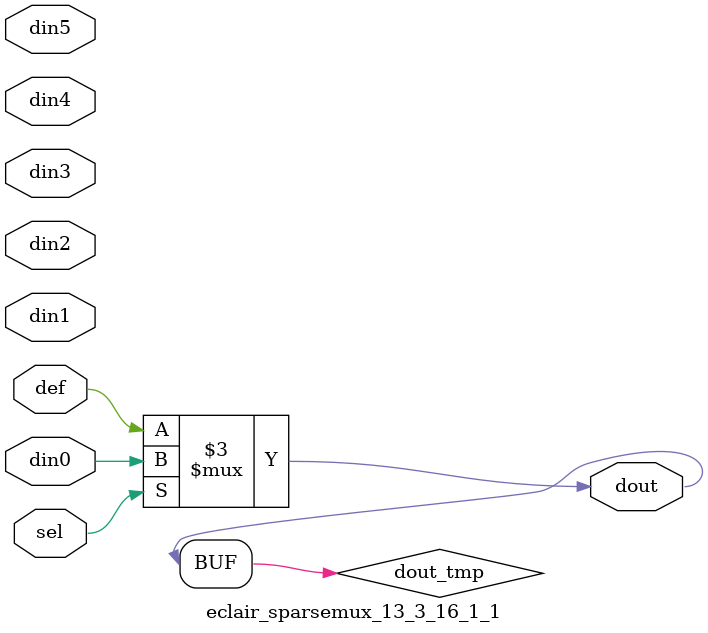
<source format=v>
`timescale 1ns / 1ps

module eclair_sparsemux_13_3_16_1_1 (din0,din1,din2,din3,din4,din5,def,sel,dout);

parameter din0_WIDTH = 1;

parameter din1_WIDTH = 1;

parameter din2_WIDTH = 1;

parameter din3_WIDTH = 1;

parameter din4_WIDTH = 1;

parameter din5_WIDTH = 1;

parameter def_WIDTH = 1;
parameter sel_WIDTH = 1;
parameter dout_WIDTH = 1;

parameter [sel_WIDTH-1:0] CASE0 = 1;

parameter [sel_WIDTH-1:0] CASE1 = 1;

parameter [sel_WIDTH-1:0] CASE2 = 1;

parameter [sel_WIDTH-1:0] CASE3 = 1;

parameter [sel_WIDTH-1:0] CASE4 = 1;

parameter [sel_WIDTH-1:0] CASE5 = 1;

parameter ID = 1;
parameter NUM_STAGE = 1;



input [din0_WIDTH-1:0] din0;

input [din1_WIDTH-1:0] din1;

input [din2_WIDTH-1:0] din2;

input [din3_WIDTH-1:0] din3;

input [din4_WIDTH-1:0] din4;

input [din5_WIDTH-1:0] din5;

input [def_WIDTH-1:0] def;
input [sel_WIDTH-1:0] sel;

output [dout_WIDTH-1:0] dout;



reg [dout_WIDTH-1:0] dout_tmp;


always @ (*) begin
(* parallel_case *) case (sel)
    
    CASE0 : dout_tmp = din0;
    
    CASE1 : dout_tmp = din1;
    
    CASE2 : dout_tmp = din2;
    
    CASE3 : dout_tmp = din3;
    
    CASE4 : dout_tmp = din4;
    
    CASE5 : dout_tmp = din5;
    
    default : dout_tmp = def;
endcase
end


assign dout = dout_tmp;



endmodule

</source>
